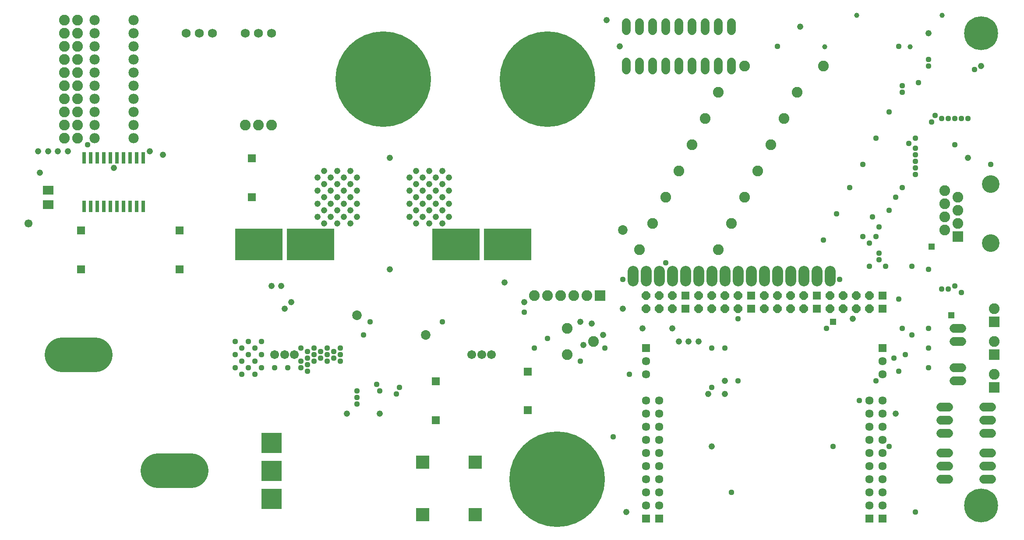
<source format=gbs>
G75*
%MOIN*%
%OFA0B0*%
%FSLAX24Y24*%
%IPPOS*%
%LPD*%
%AMOC8*
5,1,8,0,0,1.08239X$1,22.5*
%
%ADD10C,0.2580*%
%ADD11C,0.0674*%
%ADD12C,0.0820*%
%ADD13C,0.0671*%
%ADD14R,0.3623X0.2442*%
%ADD15C,0.0477*%
%ADD16C,0.7280*%
%ADD17C,0.2620*%
%ADD18R,0.0595X0.0595*%
%ADD19R,0.1580X0.1580*%
%ADD20R,0.0820X0.0820*%
%ADD21C,0.0680*%
%ADD22R,0.0316X0.0867*%
%ADD23C,0.0780*%
%ADD24R,0.0789X0.0710*%
%ADD25C,0.0395*%
%ADD26R,0.0634X0.0634*%
%ADD27OC8,0.0634*%
%ADD28C,0.0634*%
%ADD29C,0.0820*%
%ADD30C,0.1340*%
%ADD31R,0.1025X0.1025*%
%ADD32C,0.0437*%
%ADD33C,0.0611*%
%ADD34C,0.0730*%
%ADD35C,0.0476*%
%ADD36R,0.0476X0.0476*%
D10*
X073100Y022125D03*
X073100Y058125D03*
D11*
X054100Y058328D02*
X054100Y058922D01*
X053100Y058922D02*
X053100Y058328D01*
X052100Y058328D02*
X052100Y058922D01*
X051100Y058922D02*
X051100Y058328D01*
X050100Y058328D02*
X050100Y058922D01*
X049100Y058922D02*
X049100Y058328D01*
X048100Y058328D02*
X048100Y058922D01*
X047100Y058922D02*
X047100Y058328D01*
X046100Y058328D02*
X046100Y058922D01*
X046100Y055922D02*
X046100Y055328D01*
X047100Y055328D02*
X047100Y055922D01*
X048100Y055922D02*
X048100Y055328D01*
X049100Y055328D02*
X049100Y055922D01*
X050100Y055922D02*
X050100Y055328D01*
X051100Y055328D02*
X051100Y055922D01*
X052100Y055922D02*
X052100Y055328D01*
X053100Y055328D02*
X053100Y055922D01*
X054100Y055922D02*
X054100Y055328D01*
X071053Y035625D02*
X071647Y035625D01*
X071647Y034625D02*
X071053Y034625D01*
X071053Y032625D02*
X071647Y032625D01*
X071647Y031625D02*
X071053Y031625D01*
X070647Y029625D02*
X070053Y029625D01*
X070053Y028625D02*
X070647Y028625D01*
X070647Y027625D02*
X070053Y027625D01*
X070053Y026125D02*
X070647Y026125D01*
X070647Y025125D02*
X070053Y025125D01*
X070053Y024125D02*
X070647Y024125D01*
X073303Y024125D02*
X073897Y024125D01*
X073897Y025125D02*
X073303Y025125D01*
X073303Y026125D02*
X073897Y026125D01*
X073897Y027625D02*
X073303Y027625D01*
X073303Y028625D02*
X073897Y028625D01*
X073897Y029625D02*
X073303Y029625D01*
D12*
X074100Y032125D03*
X074100Y034625D03*
X074100Y037125D03*
X071350Y043625D03*
X071350Y044625D03*
X071350Y045625D03*
X070350Y045125D03*
X070350Y046125D03*
X070350Y044125D03*
X070350Y043125D03*
X058100Y051625D03*
X057100Y049625D03*
X056100Y047625D03*
X055100Y045625D03*
X054100Y043625D03*
X053100Y041625D03*
X048100Y043625D03*
X047100Y041625D03*
X043100Y038125D03*
X042100Y038125D03*
X041100Y038125D03*
X040100Y038125D03*
X039100Y038125D03*
X041600Y035625D03*
X043600Y034625D03*
X041600Y033625D03*
X049100Y045625D03*
X050100Y047625D03*
X051100Y049625D03*
X052100Y051625D03*
X053100Y053625D03*
X055100Y055625D03*
X059100Y053625D03*
X061100Y055625D03*
X019100Y051125D03*
X018100Y051125D03*
X017100Y051125D03*
X004350Y051125D03*
X004350Y050125D03*
X003350Y050125D03*
X003350Y051125D03*
X003350Y052125D03*
X003350Y053125D03*
X004350Y053125D03*
X004350Y052125D03*
X004350Y054125D03*
X004350Y055125D03*
X003350Y055125D03*
X003350Y054125D03*
X003350Y056125D03*
X003350Y057125D03*
X004350Y057125D03*
X004350Y056125D03*
X004350Y058125D03*
X003350Y058125D03*
X003350Y059125D03*
X004350Y059125D03*
D13*
X019348Y033625D03*
X020100Y033625D03*
X020852Y033625D03*
X034348Y033625D03*
X035100Y033625D03*
X035852Y033625D03*
D14*
X037069Y042050D03*
X033131Y042050D03*
X022069Y042050D03*
X018131Y042050D03*
D15*
X017868Y041263D03*
X017344Y041263D03*
X016872Y041420D03*
X016596Y041775D03*
X016596Y042326D03*
X016872Y042680D03*
X017344Y042838D03*
X017868Y042838D03*
X018395Y042838D03*
X018919Y042838D03*
X019391Y042680D03*
X019667Y042326D03*
X019667Y041775D03*
X019391Y041420D03*
X018919Y041263D03*
X018395Y041263D03*
X020533Y041775D03*
X020809Y041420D03*
X021281Y041263D03*
X021805Y041263D03*
X022332Y041263D03*
X022856Y041263D03*
X023328Y041420D03*
X023604Y041775D03*
X023604Y042326D03*
X023328Y042680D03*
X022856Y042838D03*
X022332Y042838D03*
X021805Y042838D03*
X021281Y042838D03*
X020809Y042680D03*
X020533Y042326D03*
X031596Y042326D03*
X031872Y042680D03*
X032344Y042838D03*
X032868Y042838D03*
X033395Y042838D03*
X033919Y042838D03*
X034391Y042680D03*
X034667Y042326D03*
X034667Y041775D03*
X034391Y041420D03*
X033919Y041263D03*
X033395Y041263D03*
X032868Y041263D03*
X032344Y041263D03*
X031872Y041420D03*
X031596Y041775D03*
X035533Y041775D03*
X035809Y041420D03*
X036281Y041263D03*
X036805Y041263D03*
X037332Y041263D03*
X037856Y041263D03*
X038328Y041420D03*
X038604Y041775D03*
X038604Y042326D03*
X038328Y042680D03*
X037856Y042838D03*
X037332Y042838D03*
X036805Y042838D03*
X036281Y042838D03*
X035809Y042680D03*
X035533Y042326D03*
D16*
X040100Y054625D03*
X027600Y054625D03*
X040850Y024125D03*
D17*
X012964Y024790D02*
X010424Y024790D01*
X005681Y033649D02*
X003141Y033649D01*
D18*
X004600Y040149D03*
X004600Y043101D03*
X012100Y043101D03*
X012100Y040149D03*
X017600Y045649D03*
X017600Y048601D03*
X031600Y031601D03*
X031600Y028649D03*
X038600Y029399D03*
X038600Y032351D03*
D19*
X019100Y022625D03*
X019100Y024771D03*
X019100Y026916D03*
D20*
X044100Y038125D03*
X071350Y042625D03*
X074100Y036125D03*
X074100Y033625D03*
X074100Y031125D03*
D21*
X019100Y058125D03*
X018100Y058125D03*
X017100Y058125D03*
X014600Y058125D03*
X013600Y058125D03*
X012600Y058125D03*
D22*
X009350Y048625D03*
X008850Y048625D03*
X008350Y048625D03*
X007850Y048625D03*
X007350Y048625D03*
X006850Y048625D03*
X006350Y048625D03*
X005850Y048625D03*
X005350Y048625D03*
X004850Y048625D03*
X004850Y044924D03*
X005350Y044924D03*
X005850Y044924D03*
X006350Y044924D03*
X006850Y044924D03*
X007350Y044924D03*
X007850Y044924D03*
X008350Y044924D03*
X008850Y044924D03*
X009350Y044924D03*
D23*
X008600Y050125D03*
X008600Y051125D03*
X008600Y052125D03*
X008600Y053125D03*
X008600Y054125D03*
X008600Y055125D03*
X008600Y056125D03*
X008600Y057125D03*
X008600Y058125D03*
X008600Y059125D03*
X005647Y059125D03*
X005647Y058125D03*
X005647Y057125D03*
X005647Y056125D03*
X005647Y055125D03*
X005647Y054125D03*
X005647Y053125D03*
X005647Y052125D03*
X005647Y051125D03*
X005647Y050125D03*
D24*
X002100Y046176D03*
X002100Y045074D03*
D25*
X061214Y057090D03*
X063635Y059511D03*
X067714Y057090D03*
X070135Y059511D03*
D26*
X065600Y038125D03*
X065600Y037125D03*
X065600Y034125D03*
X060600Y037125D03*
X060600Y038125D03*
X055600Y038125D03*
X055600Y037125D03*
X050600Y037125D03*
X050600Y038125D03*
X047600Y034125D03*
X047600Y021125D03*
X048600Y021125D03*
X064600Y021125D03*
X065600Y021125D03*
D27*
X064600Y037125D03*
X063600Y037125D03*
X062600Y037125D03*
X062600Y038125D03*
X063600Y038125D03*
X064600Y038125D03*
X061600Y038125D03*
X061600Y037125D03*
X059600Y037125D03*
X059600Y038125D03*
X058600Y038125D03*
X057600Y038125D03*
X056600Y038125D03*
X056600Y037125D03*
X057600Y037125D03*
X058600Y037125D03*
X054600Y037125D03*
X053600Y037125D03*
X052600Y037125D03*
X052600Y038125D03*
X053600Y038125D03*
X054600Y038125D03*
X051600Y038125D03*
X051600Y037125D03*
X049600Y037125D03*
X048600Y037125D03*
X048600Y038125D03*
X049600Y038125D03*
X047600Y038125D03*
X047600Y037125D03*
D28*
X047600Y033125D03*
X047600Y032125D03*
X047600Y030125D03*
X047600Y029125D03*
X047600Y028125D03*
X047600Y027125D03*
X047600Y026125D03*
X047600Y025125D03*
X047600Y024125D03*
X047600Y023125D03*
X047600Y022125D03*
X048600Y022125D03*
X048600Y023125D03*
X048600Y024125D03*
X048600Y025125D03*
X048600Y026125D03*
X048600Y027125D03*
X048600Y028125D03*
X048600Y029125D03*
X048600Y030125D03*
X064600Y030125D03*
X064600Y029125D03*
X065600Y029125D03*
X065600Y030125D03*
X065600Y028125D03*
X065600Y027125D03*
X064600Y027125D03*
X064600Y028125D03*
X064600Y026125D03*
X064600Y025125D03*
X065600Y025125D03*
X065600Y026125D03*
X065600Y024125D03*
X064600Y024125D03*
X064600Y023125D03*
X064600Y022125D03*
X065600Y022125D03*
X065600Y023125D03*
X065600Y032125D03*
X065600Y033125D03*
D29*
X061600Y039255D02*
X061600Y039995D01*
X060600Y039995D02*
X060600Y039255D01*
X059600Y039255D02*
X059600Y039995D01*
X058600Y039995D02*
X058600Y039255D01*
X057600Y039255D02*
X057600Y039995D01*
X056600Y039995D02*
X056600Y039255D01*
X055600Y039255D02*
X055600Y039995D01*
X054600Y039995D02*
X054600Y039255D01*
X053600Y039255D02*
X053600Y039995D01*
X052600Y039995D02*
X052600Y039255D01*
X051600Y039255D02*
X051600Y039995D01*
X050600Y039995D02*
X050600Y039255D01*
X049600Y039255D02*
X049600Y039995D01*
X048600Y039995D02*
X048600Y039255D01*
X047600Y039255D02*
X047600Y039995D01*
X046600Y039995D02*
X046600Y039255D01*
D30*
X073850Y042125D03*
X073850Y046625D03*
D31*
X034600Y025424D03*
X030600Y025424D03*
X030600Y021424D03*
X034600Y021424D03*
D32*
X045100Y027375D03*
X046350Y032125D03*
X044475Y034125D03*
X042600Y033125D03*
X040100Y034875D03*
X039100Y034125D03*
X038350Y036875D03*
X032100Y036125D03*
X026600Y036125D03*
X026100Y035125D03*
X024350Y034125D03*
X024350Y033625D03*
X024350Y033125D03*
X024350Y033125D03*
X023850Y033375D03*
X023850Y033875D03*
X023350Y034125D03*
X023350Y033625D03*
X023350Y033125D03*
X022850Y033375D03*
X022850Y033875D03*
X022350Y034125D03*
X022350Y033625D03*
X022350Y033125D03*
X021850Y032875D03*
X021850Y033375D03*
X021850Y033875D03*
X021350Y034125D03*
X021350Y033125D03*
X021350Y032625D03*
X021850Y032375D03*
X020350Y032625D03*
X019350Y032625D03*
X018350Y032625D03*
X017850Y033125D03*
X017350Y032625D03*
X017850Y032125D03*
X016850Y032125D03*
X016350Y032625D03*
X016850Y033125D03*
X016350Y033625D03*
X016850Y034125D03*
X017350Y033625D03*
X017850Y034125D03*
X017350Y034625D03*
X018350Y034625D03*
X018350Y033625D03*
X016350Y034625D03*
X025600Y030875D03*
X025600Y030375D03*
X025600Y029875D03*
X027350Y030875D03*
X027100Y031375D03*
X028600Y030625D03*
X028850Y031125D03*
X045850Y039375D03*
X049100Y040625D03*
X054600Y036375D03*
X053600Y034125D03*
X052600Y034125D03*
X054600Y031625D03*
X052600Y031125D03*
X061350Y035625D03*
X062350Y039375D03*
X064600Y040375D03*
X065350Y040875D03*
X065350Y041375D03*
X064600Y042125D03*
X064100Y042625D03*
X065100Y042625D03*
X065350Y043375D03*
X064850Y044125D03*
X066100Y044625D03*
X066600Y045625D03*
X067100Y046375D03*
X068100Y047375D03*
X068100Y047875D03*
X068100Y048375D03*
X068100Y048875D03*
X068100Y049375D03*
X067600Y049750D03*
X068100Y050125D03*
X069350Y051375D03*
X069600Y051875D03*
X070100Y051625D03*
X070600Y051625D03*
X071100Y051625D03*
X071600Y051625D03*
X072100Y051625D03*
X071100Y049625D03*
X073850Y048125D03*
X067100Y053625D03*
X067100Y054125D03*
X068350Y054375D03*
X069100Y055625D03*
X069100Y056125D03*
X066850Y057125D03*
X066100Y052125D03*
X065100Y050125D03*
X064100Y048125D03*
X063100Y046375D03*
X062100Y044375D03*
X061100Y042375D03*
X065850Y040375D03*
X067850Y040375D03*
X069100Y040125D03*
X070100Y038625D03*
X070600Y038625D03*
X071100Y038875D03*
X071600Y038375D03*
X069100Y035625D03*
X067850Y035125D03*
X067100Y035625D03*
X067350Y033625D03*
X066475Y033375D03*
X066850Y032375D03*
X065100Y031625D03*
X063850Y030125D03*
X061850Y026625D03*
X066100Y026625D03*
X068100Y021625D03*
X069100Y032625D03*
X069100Y034125D03*
X066850Y037875D03*
X054100Y023125D03*
X072600Y055375D03*
X057600Y057125D03*
X005100Y049625D03*
D33*
X000600Y043625D03*
D34*
X025600Y036625D03*
X030850Y035125D03*
X045850Y043125D03*
D35*
X038350Y037625D03*
X036850Y039125D03*
X042600Y036125D03*
X043475Y036000D03*
X044350Y035125D03*
X042850Y034375D03*
X045850Y037125D03*
X047350Y035625D03*
X049600Y035625D03*
X050100Y034625D03*
X050850Y034625D03*
X051600Y034625D03*
X053600Y031625D03*
X053600Y030625D03*
X052350Y030625D03*
X052600Y026625D03*
X046100Y021625D03*
X063350Y036375D03*
X066600Y029125D03*
X072100Y048625D03*
X073100Y055625D03*
X069100Y058125D03*
X059350Y058625D03*
X045600Y057125D03*
X044600Y059125D03*
X032100Y047625D03*
X031600Y047125D03*
X031100Y046625D03*
X030600Y046125D03*
X031100Y045625D03*
X030600Y045125D03*
X030100Y044625D03*
X029600Y044125D03*
X030100Y043625D03*
X030600Y044125D03*
X031100Y043625D03*
X031600Y044125D03*
X031100Y044625D03*
X031600Y045125D03*
X032100Y044625D03*
X032600Y044125D03*
X032100Y043625D03*
X032600Y045125D03*
X032100Y045625D03*
X032600Y046125D03*
X032100Y046625D03*
X031600Y046125D03*
X030600Y047125D03*
X030100Y046625D03*
X029600Y046125D03*
X030100Y045625D03*
X029600Y045125D03*
X029600Y047125D03*
X030100Y047625D03*
X031100Y047625D03*
X032600Y047125D03*
X028100Y048625D03*
X025600Y047125D03*
X025100Y046625D03*
X024600Y046125D03*
X024100Y046625D03*
X023600Y046125D03*
X024100Y045625D03*
X023600Y045125D03*
X023100Y044625D03*
X022600Y044125D03*
X023100Y043625D03*
X023600Y044125D03*
X024100Y043625D03*
X024600Y044125D03*
X024100Y044625D03*
X024600Y045125D03*
X025100Y044625D03*
X025600Y044125D03*
X025100Y043625D03*
X025600Y045125D03*
X025100Y045625D03*
X025600Y046125D03*
X024600Y047125D03*
X024100Y047625D03*
X023600Y047125D03*
X023100Y046625D03*
X022600Y046125D03*
X023100Y045625D03*
X022600Y045125D03*
X022600Y047125D03*
X023100Y047625D03*
X025100Y047625D03*
X028100Y040125D03*
X020600Y037625D03*
X020100Y037125D03*
X019850Y038875D03*
X019100Y038875D03*
X024850Y029125D03*
X027350Y029125D03*
X007100Y047875D03*
X009850Y049125D03*
X010850Y048875D03*
X003600Y049125D03*
X002850Y049125D03*
X002100Y049125D03*
X001350Y049125D03*
X001475Y047500D03*
D36*
X061850Y036125D03*
X069350Y041875D03*
X070850Y036625D03*
M02*

</source>
